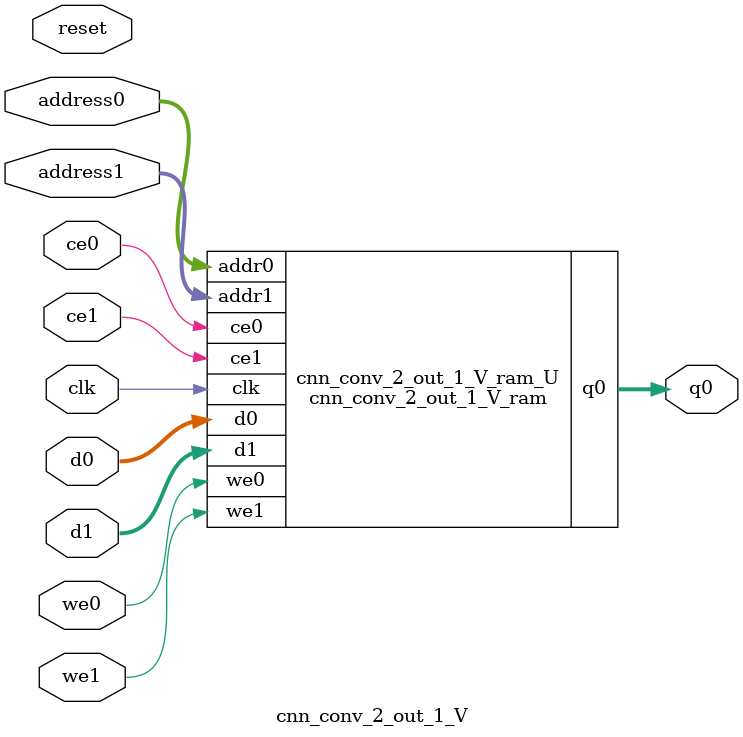
<source format=v>
`timescale 1 ns / 1 ps
module cnn_conv_2_out_1_V_ram (addr0, ce0, d0, we0, q0, addr1, ce1, d1, we1,  clk);

parameter DWIDTH = 14;
parameter AWIDTH = 10;
parameter MEM_SIZE = 880;

input[AWIDTH-1:0] addr0;
input ce0;
input[DWIDTH-1:0] d0;
input we0;
output reg[DWIDTH-1:0] q0;
input[AWIDTH-1:0] addr1;
input ce1;
input[DWIDTH-1:0] d1;
input we1;
input clk;

(* ram_style = "block" *)reg [DWIDTH-1:0] ram[0:MEM_SIZE-1];




always @(posedge clk)  
begin 
    if (ce0) 
    begin
        if (we0) 
        begin 
            ram[addr0] <= d0; 
        end 
        q0 <= ram[addr0];
    end
end


always @(posedge clk)  
begin 
    if (ce1) 
    begin
        if (we1) 
        begin 
            ram[addr1] <= d1; 
        end 
    end
end


endmodule

`timescale 1 ns / 1 ps
module cnn_conv_2_out_1_V(
    reset,
    clk,
    address0,
    ce0,
    we0,
    d0,
    q0,
    address1,
    ce1,
    we1,
    d1);

parameter DataWidth = 32'd14;
parameter AddressRange = 32'd880;
parameter AddressWidth = 32'd10;
input reset;
input clk;
input[AddressWidth - 1:0] address0;
input ce0;
input we0;
input[DataWidth - 1:0] d0;
output[DataWidth - 1:0] q0;
input[AddressWidth - 1:0] address1;
input ce1;
input we1;
input[DataWidth - 1:0] d1;



cnn_conv_2_out_1_V_ram cnn_conv_2_out_1_V_ram_U(
    .clk( clk ),
    .addr0( address0 ),
    .ce0( ce0 ),
    .we0( we0 ),
    .d0( d0 ),
    .q0( q0 ),
    .addr1( address1 ),
    .ce1( ce1 ),
    .we1( we1 ),
    .d1( d1 ));

endmodule


</source>
